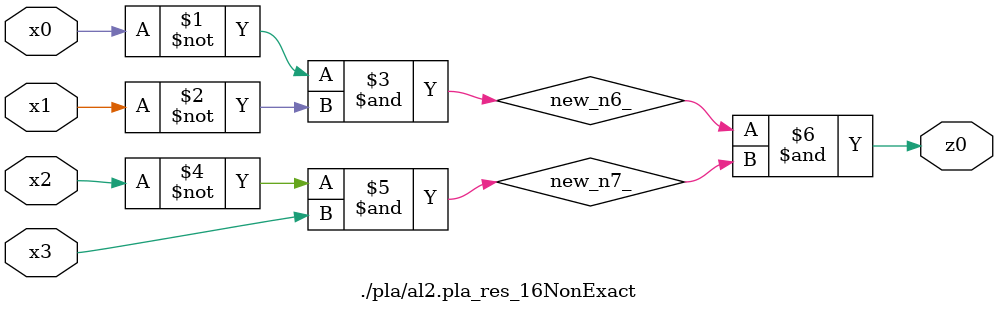
<source format=v>

module \./pla/al2.pla_res_16NonExact  ( 
    x0, x1, x2, x3,
    z0  );
  input  x0, x1, x2, x3;
  output z0;
  wire new_n6_, new_n7_;
  assign new_n6_ = ~x0 & ~x1;
  assign new_n7_ = ~x2 & x3;
  assign z0 = new_n6_ & new_n7_;
endmodule



</source>
